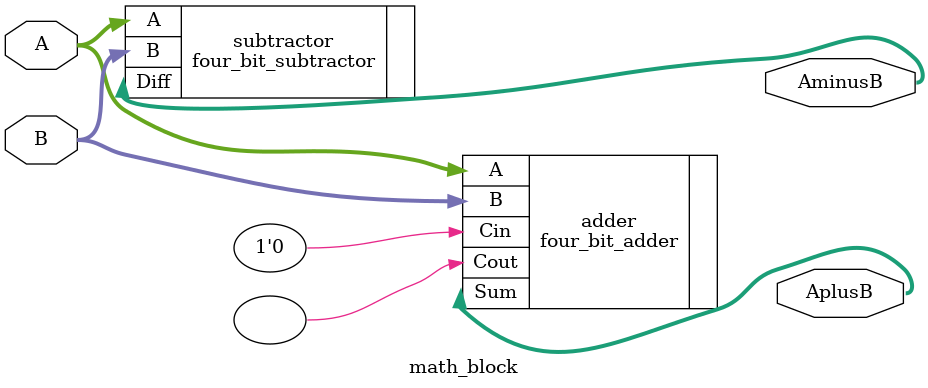
<source format=v>
module math_block(
    input [3:0] A,
    input [3:0] B,
    output [3:0] AplusB,
    output [3:0] AminusB
);
    // Simple addition
    four_bit_adder adder(.A(A), .B(B), .Cin(1'b0), .Sum(AplusB), .Cout());
    
    // Subtraction using two's complement
    four_bit_subtractor subtractor(.A(A), .B(B), .Diff(AminusB));
endmodule

</source>
